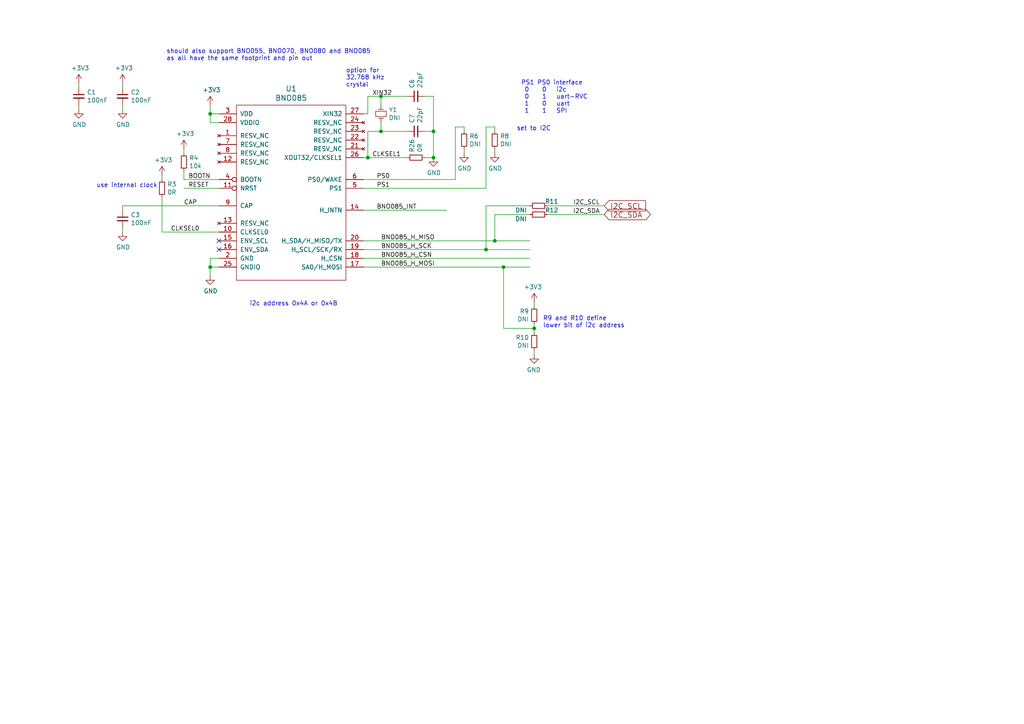
<source format=kicad_sch>
(kicad_sch (version 20211123) (generator eeschema)
  (paper "A4")
  (title_block (title "CyphalRobotController07/CAN") (date "2023-11-15") (rev "0.1") (company "generationmake"))
  (lib_symbols
    (symbol "NavShieldBNO-rescue:+3V3-power-supply" (power) (pin_names (offset 0))
      (property "Value" "+3V3-power-supply" (at 0 3.556 0))
      (symbol "+3V3-power-supply_0_1"
        (polyline (pts (xy -0.762 1.27) (xy 0 2.54)))
        (polyline (pts (xy 0 0) (xy 0 2.54)))
        (polyline (pts (xy 0 2.54) (xy 0.762 1.27)))
      )
      (symbol "+3V3-power-supply_1_1"
        (pin power_in line (at 0 0 90) (length 0) hide (name "+3V3") (number "1"))
      )
    )
    (symbol "NavShieldBNO-rescue:BNO085-MEMS" (pin_names (offset 1.016))
      (property "Reference" "U" (at 19.05 49.53 0))
      (property "Value" "BNO085-MEMS" (at 10.16 1.27 0))
      (symbol "BNO085-MEMS_0_1"
        (rectangle (start 5.08 50.8) (end 36.83 0))
      )
      (symbol "BNO085-MEMS_1_1"
        (pin no_connect line (at 0 41.91 0) (length 5.08) (name "RESV_NC") (number "1"))
        (pin input line (at 0 13.97 0) (length 5.08) (name "CLKSEL0") (number "10"))
        (pin input inverted (at 0 26.67 0) (length 5.08) (name "NRST") (number "11"))
        (pin no_connect line (at 0 34.29 0) (length 5.08) (name "RESV_NC") (number "12"))
        (pin no_connect line (at 0 16.51 0) (length 5.08) (name "RESV_NC") (number "13"))
        (pin output line (at 41.91 20.32 180) (length 5.08) (name "H_INTN") (number "14"))
        (pin input line (at 0 11.43 0) (length 5.08) (name "ENV_SCL") (number "15"))
        (pin input line (at 0 8.89 0) (length 5.08) (name "ENV_SDA") (number "16"))
        (pin input line (at 41.91 3.81 180) (length 5.08) (name "SA0/H_MOSI") (number "17"))
        (pin input line (at 41.91 6.35 180) (length 5.08) (name "H_CSN") (number "18"))
        (pin input line (at 41.91 8.89 180) (length 5.08) (name "H_SCL/SCK/RX") (number "19"))
        (pin input line (at 0 6.35 0) (length 5.08) (name "GND") (number "2"))
        (pin input line (at 41.91 11.43 180) (length 5.08) (name "H_SDA/H_MISO/TX") (number "20"))
        (pin no_connect line (at 41.91 38.1 180) (length 5.08) (name "RESV_NC") (number "21"))
        (pin no_connect line (at 41.91 40.64 180) (length 5.08) (name "RESV_NC") (number "22"))
        (pin no_connect line (at 41.91 43.18 180) (length 5.08) (name "RESV_NC") (number "23"))
        (pin no_connect line (at 41.91 45.72 180) (length 5.08) (name "RESV_NC") (number "24"))
        (pin input line (at 0 3.81 0) (length 5.08) (name "GNDIO") (number "25"))
        (pin power_out line (at 41.91 35.56 180) (length 5.08) (name "XOUT32/CLKSEL1") (number "26"))
        (pin power_out line (at 41.91 48.26 180) (length 5.08) (name "XIN32") (number "27"))
        (pin input line (at 0 45.72 0) (length 5.08) (name "VDDIO") (number "28"))
        (pin input line (at 0 48.26 0) (length 5.08) (name "VDD") (number "3"))
        (pin input inverted (at 0 29.21 0) (length 5.08) (name "BOOTN") (number "4"))
        (pin input line (at 41.91 26.67 180) (length 5.08) (name "PS1") (number "5"))
        (pin input line (at 41.91 29.21 180) (length 5.08) (name "PS0/WAKE") (number "6"))
        (pin no_connect line (at 0 39.37 0) (length 5.08) (name "RESV_NC") (number "7"))
        (pin no_connect line (at 0 36.83 0) (length 5.08) (name "RESV_NC") (number "8"))
        (pin input line (at 0 21.59 0) (length 5.08) (name "CAP") (number "9"))
      )
    )
    (symbol "NavShieldBNO-rescue:C_0603-devices" (pin_numbers hide) (pin_names (offset 0.254) hide)
      (property "Reference" "C" (at 0.254 1.778 0))
      (property "Value" "C_0603-devices" (at 0.254 -2.032 0))
      (symbol "C_0603-devices_0_1"
        (polyline (pts (xy -1.524 -0.508) (xy 1.524 -0.508)) (stroke (width 0.3302)))
        (polyline (pts (xy -1.524 0.508) (xy 1.524 0.508)) (stroke (width 0.3048)))
      )
      (symbol "C_0603-devices_1_1"
        (pin passive line (at 0 2.54 270) (length 1.905) (name "~") (number "1"))
        (pin passive line (at 0 -2.54 90) (length 2.032) (name "~") (number "2"))
      )
    )
    (symbol "NavShieldBNO-rescue:Crystal_Small-devices" (pin_numbers hide) (pin_names (offset 1.016) hide)
      (property "Reference" "Y" (at 0 2.54 0))
      (property "Value" "Crystal_Small-devices" (at 0 -2.54 0))
      (symbol "Crystal_Small-devices_0_1"
        (rectangle (start -0.762 -1.524) (end 0.762 1.524))
        (polyline (pts (xy -1.27 -0.762) (xy -1.27 0.762)))
        (polyline (pts (xy 1.27 -0.762) (xy 1.27 0.762)))
      )
      (symbol "Crystal_Small-devices_1_1"
        (pin passive line (at -2.54 0 0) (length 1.27) (name "1") (number "1"))
        (pin passive line (at 2.54 0 180) (length 1.27) (name "2") (number "2"))
      )
    )
    (symbol "NavShieldBNO-rescue:GND-power-supply" (power) (pin_names (offset 0))
      (property "Value" "GND-power-supply" (at 0 -3.81 0))
      (symbol "GND-power-supply_0_1"
        (polyline (pts (xy 0 0) (xy 0 -1.27) (xy 1.27 -1.27) (xy 0 -2.54) (xy -1.27 -1.27) (xy 0 -1.27)))
      )
      (symbol "GND-power-supply_1_1"
        (pin power_in line (at 0 0 270) (length 0) hide (name "GND") (number "1"))
      )
    )
    (symbol "NavShieldBNO-rescue:R_0603-devices" (pin_numbers hide) (pin_names (offset 0.254) hide)
      (property "Reference" "R" (at 0.762 0.508 0))
      (property "Value" "R_0603-devices" (at 0.762 -1.016 0))
      (symbol "R_0603-devices_0_1"
        (rectangle (start -0.762 1.778) (end 0.762 -1.778) (stroke (width 0.2032)))
      )
      (symbol "R_0603-devices_1_1"
        (pin passive line (at 0 2.54 270) (length 0.762) (name "~") (number "1"))
        (pin passive line (at 0 -2.54 90) (length 0.762) (name "~") (number "2"))
      )
    )
  )
  (junction (at 146.05 77.47))
  (junction (at 60.96 33.02))
  (junction (at 154.94 95.25))
  (junction (at 125.73 38.1))
  (junction (at 143.51 69.85))
  (junction (at 110.49 27.94))
  (junction (at 106.68 45.72))
  (junction (at 60.96 77.47))
  (junction (at 140.97 72.39))
  (junction (at 110.49 38.1))
  (junction (at 125.73 45.72))
  (no_connect (at 63.5 69.85))
  (no_connect (at 63.5 72.39))
  (wire (pts (xy 143.51 62.23) (xy 143.51 69.85)))
  (wire (pts (xy 134.62 43.18) (xy 134.62 44.45)))
  (wire (pts (xy 35.56 59.69) (xy 63.5 59.69)))
  (wire (pts (xy 154.94 95.25) (xy 154.94 96.52)))
  (wire (pts (xy 63.5 35.56) (xy 60.96 35.56)))
  (wire (pts (xy 123.19 45.72) (xy 125.73 45.72)))
  (wire (pts (xy 140.97 72.39) (xy 153.67 72.39)))
  (wire (pts (xy 143.51 36.83) (xy 143.51 38.1)))
  (wire (pts (xy 63.5 77.47) (xy 60.96 77.47)))
  (wire (pts (xy 63.5 67.31) (xy 46.99 67.31)))
  (wire (pts (xy 106.68 33.02) (xy 106.68 27.94)))
  (wire (pts (xy 105.41 52.07) (xy 132.08 52.07)))
  (wire (pts (xy 35.56 30.48) (xy 35.56 31.75)))
  (wire (pts (xy 105.41 72.39) (xy 140.97 72.39)))
  (wire (pts (xy 46.99 52.07) (xy 46.99 50.8)))
  (wire (pts (xy 153.67 62.23) (xy 143.51 62.23)))
  (wire (pts (xy 35.56 24.13) (xy 35.56 25.4)))
  (wire (pts (xy 60.96 74.93) (xy 60.96 77.47)))
  (wire (pts (xy 106.68 27.94) (xy 110.49 27.94)))
  (wire (pts (xy 125.73 38.1) (xy 125.73 45.72)))
  (wire (pts (xy 153.67 77.47) (xy 146.05 77.47)))
  (wire (pts (xy 60.96 35.56) (xy 60.96 33.02)))
  (wire (pts (xy 175.26 59.69) (xy 158.75 59.69)))
  (wire (pts (xy 123.19 38.1) (xy 125.73 38.1)))
  (wire (pts (xy 140.97 36.83) (xy 140.97 54.61)))
  (wire (pts (xy 153.67 59.69) (xy 140.97 59.69)))
  (wire (pts (xy 140.97 59.69) (xy 140.97 72.39)))
  (wire (pts (xy 106.68 45.72) (xy 118.11 45.72)))
  (wire (pts (xy 105.41 54.61) (xy 140.97 54.61)))
  (wire (pts (xy 63.5 33.02) (xy 60.96 33.02)))
  (wire (pts (xy 132.08 36.83) (xy 134.62 36.83)))
  (wire (pts (xy 63.5 52.07) (xy 53.34 52.07)))
  (wire (pts (xy 105.41 69.85) (xy 143.51 69.85)))
  (wire (pts (xy 154.94 101.6) (xy 154.94 102.87)))
  (wire (pts (xy 153.67 69.85) (xy 143.51 69.85)))
  (wire (pts (xy 35.56 59.69) (xy 35.56 60.96)))
  (wire (pts (xy 118.11 38.1) (xy 110.49 38.1)))
  (wire (pts (xy 53.34 54.61) (xy 63.5 54.61)))
  (wire (pts (xy 123.19 27.94) (xy 125.73 27.94)))
  (wire (pts (xy 143.51 43.18) (xy 143.51 44.45)))
  (wire (pts (xy 105.41 45.72) (xy 106.68 45.72)))
  (wire (pts (xy 46.99 67.31) (xy 46.99 57.15)))
  (wire (pts (xy 105.41 77.47) (xy 146.05 77.47)))
  (wire (pts (xy 110.49 38.1) (xy 106.68 38.1)))
  (wire (pts (xy 175.26 62.23) (xy 158.75 62.23)))
  (wire (pts (xy 60.96 33.02) (xy 60.96 30.48)))
  (wire (pts (xy 63.5 74.93) (xy 60.96 74.93)))
  (wire (pts (xy 35.56 66.04) (xy 35.56 67.31)))
  (wire (pts (xy 110.49 27.94) (xy 118.11 27.94)))
  (wire (pts (xy 106.68 38.1) (xy 106.68 45.72)))
  (wire (pts (xy 140.97 36.83) (xy 143.51 36.83)))
  (wire (pts (xy 146.05 95.25) (xy 146.05 77.47)))
  (wire (pts (xy 110.49 35.56) (xy 110.49 38.1)))
  (wire (pts (xy 110.49 30.48) (xy 110.49 27.94)))
  (wire (pts (xy 53.34 44.45) (xy 53.34 43.18)))
  (wire (pts (xy 105.41 74.93) (xy 153.67 74.93)))
  (wire (pts (xy 60.96 77.47) (xy 60.96 80.01)))
  (wire (pts (xy 154.94 93.98) (xy 154.94 95.25)))
  (wire (pts (xy 125.73 27.94) (xy 125.73 38.1)))
  (wire (pts (xy 134.62 36.83) (xy 134.62 38.1)))
  (wire (pts (xy 105.41 33.02) (xy 106.68 33.02)))
  (wire (pts (xy 22.86 24.13) (xy 22.86 25.4)))
  (wire (pts (xy 154.94 95.25) (xy 146.05 95.25)))
  (wire (pts (xy 132.08 36.83) (xy 132.08 52.07)))
  (wire (pts (xy 22.86 30.48) (xy 22.86 31.75)))
  (wire (pts (xy 53.34 52.07) (xy 53.34 49.53)))
  (wire (pts (xy 154.94 88.9) (xy 154.94 87.63)))
  (wire (pts (xy 129.54 60.96) (xy 105.41 60.96)))
  (text "should also support BNO055, BNO070, BNO080 and BNO085\nas all have the same footprint and pin out" (at 48.26 17.78 0) (effects (font (size 1.27 1.27)) (justify left bottom)))
  (text "set to I2C" (at 149.86 38.1 0) (effects (font (size 1.27 1.27)) (justify left bottom)))
  (text "i2c address 0x4A or 0x4B" (at 72.39 88.9 0) (effects (font (size 1.27 1.27)) (justify left bottom)))
  (text "PS1 PS0 interface\n 0    0   i2c\n 0    1   uart-RVC\n 1    0   uart\n 1    1   SPI\n" (at 151.13 33.02 0) (effects (font (size 1.27 1.27)) (justify left bottom)))
  (text "use internal clock" (at 27.94 54.61 0) (effects (font (size 1.27 1.27)) (justify left bottom)))
  (text "R9 and R10 define \nlower bit of i2c address " (at 157.48 95.25 0) (effects (font (size 1.27 1.27)) (justify left bottom)))
  (text "option for\n32.768 kHz\ncrystal" (at 100.33 25.4 0) (effects (font (size 1.27 1.27)) (justify left bottom)))
  (label "BNO085_H_CSN" (at 110.49 74.93 0))
  (label "BNO085_INT" (at 109.22 60.96 0))
  (label "PS1" (at 109.22 54.61 0))
  (label "XIN32" (at 107.95 27.94 0))
  (label "CAP" (at 53.34 59.69 0))
  (label "PS0" (at 109.22 52.07 0))
  (label "BNO085_H_MOSI" (at 110.49 77.47 0))
  (label "BNO085_H_MISO" (at 110.49 69.85 0))
  (label "I2C_SDA" (at 173.99 62.23 180))
  (label "BOOTN" (at 54.61 52.07 0))
  (label "CLKSEL1" (at 107.95 45.72 0))
  (label "RESET" (at 54.61 54.61 0))
  (label "BNO085_H_SCK" (at 110.49 72.39 0))
  (label "I2C_SCL" (at 173.99 59.69 180))
  (label "CLKSEL0" (at 49.53 67.31 0))
  (global_label "I2C_SCL" (shape input) (at 175.26 59.69 0) (effects (font (size 1.524 1.524))) (property "Referenzen zwischen Schaltplänen" "${INTERSHEET_REFS}" (effects hide)))
  (global_label "I2C_SDA" (shape bidirectional) (at 175.26 62.23 0) (effects (font (size 1.524 1.524))) (property "Referenzen zwischen Schaltplänen" "${INTERSHEET_REFS}" (effects hide)))
  (symbol (lib_id "NavShieldBNO-rescue:BNO085-MEMS") (at 63.5 81.28 0) (unit 1)
    (property "Reference" "U1" (at 84.455 25.7302 0) (effects (font (size 1.524 1.524))))
    (property "Value" "BNO085" (at 84.455 28.4226 0) (effects (font (size 1.524 1.524))))
    (property "Footprint" "LGA:LGA-28-5832" (effects hide))
  )
  (symbol (lib_id "NavShieldBNO-rescue:GND-power-supply") (at 60.96 80.01 0) (unit 1)
    (property "Reference" "#PWR011" (effects hide))
    (property "Value" "GND" (at 61.087 84.4042 0))
  )
  (symbol (lib_id "NavShieldBNO-rescue:+3V3-power-supply") (at 60.96 30.48 0) (unit 1)
    (property "Reference" "#PWR010" (effects hide))
    (property "Value" "+3V3" (at 61.341 26.0858 0))
  )
  (symbol (lib_id "NavShieldBNO-rescue:R_0603-devices") (at 134.62 40.64 0) (unit 1)
    (property "Reference" "R6" (at 136.1186 39.4716 0) (effects (justify left)))
    (property "Value" "DNI" (at 136.1186 41.783 0) (effects (justify left)))
    (property "Footprint" "resistors:R_0603" (effects hide))
  )
  (symbol (lib_id "NavShieldBNO-rescue:GND-power-supply") (at 134.62 44.45 0) (unit 1)
    (property "Reference" "#PWR015" (effects hide))
    (property "Value" "GND" (at 134.747 48.8442 0))
  )
  (symbol (lib_id "NavShieldBNO-rescue:R_0603-devices") (at 143.51 40.64 0) (unit 1)
    (property "Reference" "R8" (at 145.0086 39.4716 0) (effects (justify left)))
    (property "Value" "DNI" (at 145.0086 41.783 0) (effects (justify left)))
    (property "Footprint" "resistors:R_0603" (effects hide))
  )
  (symbol (lib_id "NavShieldBNO-rescue:GND-power-supply") (at 143.51 44.45 0) (unit 1)
    (property "Reference" "#PWR017" (effects hide))
    (property "Value" "GND" (at 143.637 48.8442 0))
  )
  (symbol (lib_id "NavShieldBNO-rescue:C_0603-devices") (at 35.56 63.5 0) (unit 1)
    (property "Reference" "C3" (at 37.8968 62.3316 0) (effects (justify left)))
    (property "Value" "100nF" (at 37.8968 64.643 0) (effects (justify left)))
    (property "Footprint" "capacitors:C_0603" (effects hide))
  )
  (symbol (lib_id "NavShieldBNO-rescue:GND-power-supply") (at 35.56 67.31 0) (unit 1)
    (property "Reference" "#PWR07" (effects hide))
    (property "Value" "GND" (at 35.687 71.7042 0))
  )
  (symbol (lib_id "NavShieldBNO-rescue:R_0603-devices") (at 154.94 99.06 0) (mirror y) (unit 1)
    (property "Reference" "R10" (at 153.4414 97.8916 0) (effects (justify left)))
    (property "Value" "DNI" (at 153.4414 100.203 0) (effects (justify left)))
    (property "Footprint" "resistors:R_0603" (effects hide))
  )
  (symbol (lib_id "NavShieldBNO-rescue:R_0603-devices") (at 154.94 91.44 0) (mirror y) (unit 1)
    (property "Reference" "R9" (at 153.4414 90.2716 0) (effects (justify left)))
    (property "Value" "DNI" (at 153.4414 92.583 0) (effects (justify left)))
    (property "Footprint" "resistors:R_0603" (effects hide))
  )
  (symbol (lib_id "NavShieldBNO-rescue:+3V3-power-supply") (at 154.94 87.63 0) (mirror y) (unit 1)
    (property "Reference" "#PWR018" (effects hide))
    (property "Value" "+3V3" (at 154.559 83.2358 0))
  )
  (symbol (lib_id "NavShieldBNO-rescue:GND-power-supply") (at 154.94 102.87 0) (mirror y) (unit 1)
    (property "Reference" "#PWR019" (effects hide))
    (property "Value" "GND" (at 154.813 107.2642 0))
  )
  (symbol (lib_id "NavShieldBNO-rescue:R_0603-devices") (at 156.21 62.23 90) (mirror x) (unit 1)
    (property "Reference" "R12" (at 160.02 60.96 90))
    (property "Value" "DNI" (at 151.13 63.5 90))
    (property "Footprint" "resistors:R_0603" (effects hide))
  )
  (symbol (lib_id "NavShieldBNO-rescue:R_0603-devices") (at 156.21 59.69 90) (mirror x) (unit 1)
    (property "Reference" "R11" (at 160.02 58.42 90))
    (property "Value" "DNI" (at 151.13 60.96 90))
    (property "Footprint" "resistors:R_0603" (effects hide))
  )
  (symbol (lib_id "NavShieldBNO-rescue:GND-power-supply") (at 125.73 45.72 0) (unit 1)
    (property "Reference" "#PWR029" (effects hide))
    (property "Value" "GND" (at 125.857 50.1142 0))
  )
  (symbol (lib_id "NavShieldBNO-rescue:R_0603-devices") (at 120.65 45.72 90) (unit 1)
    (property "Reference" "R26" (at 119.4816 44.2214 0) (effects (justify left)))
    (property "Value" "0R" (at 121.793 44.2214 0) (effects (justify left)))
    (property "Footprint" "resistors:R_0603" (effects hide))
  )
  (symbol (lib_id "NavShieldBNO-rescue:R_0603-devices") (at 46.99 54.61 0) (unit 1)
    (property "Reference" "R3" (at 48.4886 53.4416 0) (effects (justify left)))
    (property "Value" "0R" (at 48.4886 55.753 0) (effects (justify left)))
    (property "Footprint" "resistors:R_0603" (effects hide))
  )
  (symbol (lib_id "NavShieldBNO-rescue:+3V3-power-supply") (at 46.99 50.8 0) (unit 1)
    (property "Reference" "#PWR08" (effects hide))
    (property "Value" "+3V3" (at 47.371 46.4058 0))
  )
  (symbol (lib_id "NavShieldBNO-rescue:C_0603-devices") (at 22.86 27.94 0) (unit 1)
    (property "Reference" "C1" (at 25.1968 26.7716 0) (effects (justify left)))
    (property "Value" "100nF" (at 25.1968 29.083 0) (effects (justify left)))
    (property "Footprint" "capacitors:C_0603" (effects hide))
  )
  (symbol (lib_id "NavShieldBNO-rescue:GND-power-supply") (at 22.86 31.75 0) (unit 1)
    (property "Reference" "#PWR02" (effects hide))
    (property "Value" "GND" (at 22.987 36.1442 0))
  )
  (symbol (lib_id "NavShieldBNO-rescue:+3V3-power-supply") (at 22.86 24.13 0) (unit 1)
    (property "Reference" "#PWR01" (effects hide))
    (property "Value" "+3V3" (at 23.241 19.7358 0))
  )
  (symbol (lib_id "NavShieldBNO-rescue:C_0603-devices") (at 35.56 27.94 0) (unit 1)
    (property "Reference" "C2" (at 37.8968 26.7716 0) (effects (justify left)))
    (property "Value" "100nF" (at 37.8968 29.083 0) (effects (justify left)))
    (property "Footprint" "capacitors:C_0603" (effects hide))
  )
  (symbol (lib_id "NavShieldBNO-rescue:GND-power-supply") (at 35.56 31.75 0) (unit 1)
    (property "Reference" "#PWR06" (effects hide))
    (property "Value" "GND" (at 35.687 36.1442 0))
  )
  (symbol (lib_id "NavShieldBNO-rescue:+3V3-power-supply") (at 35.56 24.13 0) (unit 1)
    (property "Reference" "#PWR05" (effects hide))
    (property "Value" "+3V3" (at 35.941 19.7358 0))
  )
  (symbol (lib_id "NavShieldBNO-rescue:R_0603-devices") (at 53.34 46.99 0) (unit 1)
    (property "Reference" "R4" (at 54.8386 45.8216 0) (effects (justify left)))
    (property "Value" "10k" (at 54.8386 48.133 0) (effects (justify left)))
    (property "Footprint" "resistors:R_0603" (effects hide))
  )
  (symbol (lib_id "NavShieldBNO-rescue:+3V3-power-supply") (at 53.34 43.18 0) (unit 1)
    (property "Reference" "#PWR09" (effects hide))
    (property "Value" "+3V3" (at 53.721 38.7858 0))
  )
  (symbol (lib_id "NavShieldBNO-rescue:Crystal_Small-devices") (at 110.49 33.02 270) (unit 1)
    (property "Reference" "Y1" (at 112.7252 31.8516 90) (effects (justify left)))
    (property "Value" "DNI" (at 112.7252 34.163 90) (effects (justify left)))
    (property "Footprint" "crystals:Crystal_SMD_3.2x1.5mm_2Pad" (effects hide))
  )
  (symbol (lib_id "NavShieldBNO-rescue:C_0603-devices") (at 120.65 38.1 90) (unit 1)
    (property "Reference" "C7" (at 119.4816 35.7632 0) (effects (justify left)))
    (property "Value" "22pF" (at 121.793 35.7632 0) (effects (justify left)))
    (property "Footprint" "capacitors:C_0603" (effects hide))
  )
  (symbol (lib_id "NavShieldBNO-rescue:C_0603-devices") (at 120.65 27.94 90) (unit 1)
    (property "Reference" "C6" (at 119.4816 25.6032 0) (effects (justify left)))
    (property "Value" "22pF" (at 121.793 25.6032 0) (effects (justify left)))
    (property "Footprint" "capacitors:C_0603" (effects hide))
  )
)
</source>
